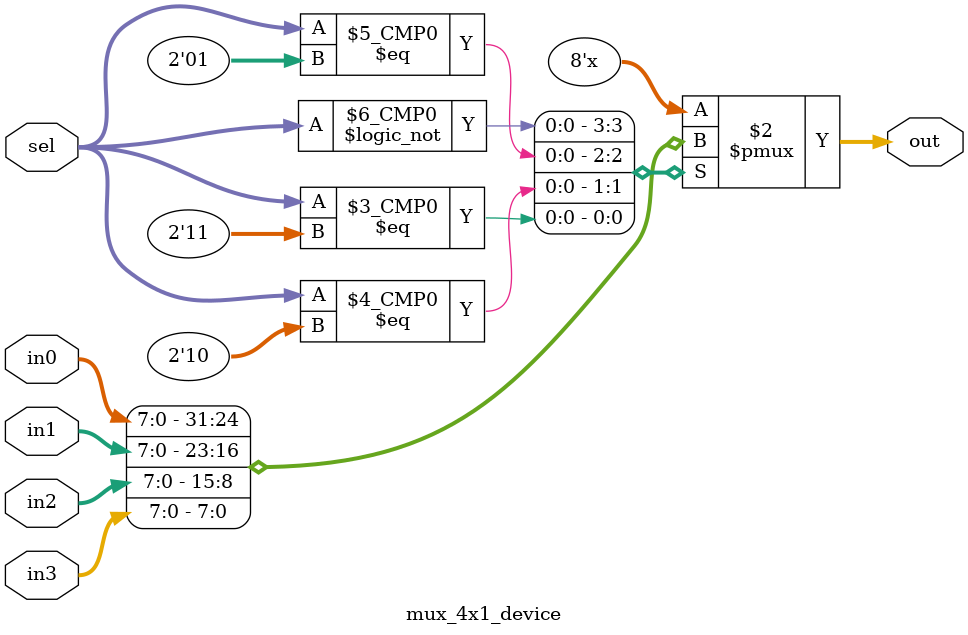
<source format=sv>
module mux_4x1_device(in0,in1,in2,in3,sel,out);
	input  [7:0] in0,in1,in2,in3;
	input  [1:0] sel;
	output logic [7:0] out;

	always_comb begin
		case (sel)
			2'b00 : out = in0;
			2'b01 : out = in1;
			2'b10 : out = in2;
			2'b11 : out = in3;
			default : out = 8'hzz;
		endcase
	end
endmodule
</source>
